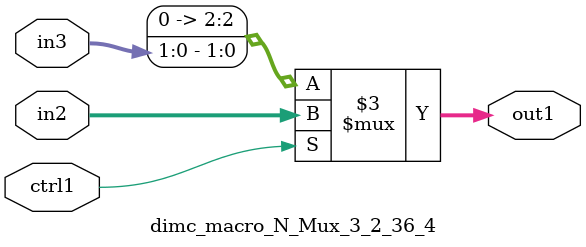
<source format=v>

`timescale 1ps / 1ps


module dimc_macro_N_Mux_3_2_36_4( in3, in2, ctrl1, out1 );

    input [1:0] in3;
    input [2:0] in2;
    input ctrl1;
    output [2:0] out1;
    reg [2:0] out1;

    
    // rtl_process:dimc_macro_N_Mux_3_2_36_4/dimc_macro_N_Mux_3_2_36_4_thread_1
    always @*
      begin : dimc_macro_N_Mux_3_2_36_4_thread_1
        case (ctrl1) 
          1'b1: 
            begin
              out1 = in2;
            end
          default: 
            begin
              out1 = {1'b0, in3};
            end
        endcase
      end

endmodule



</source>
